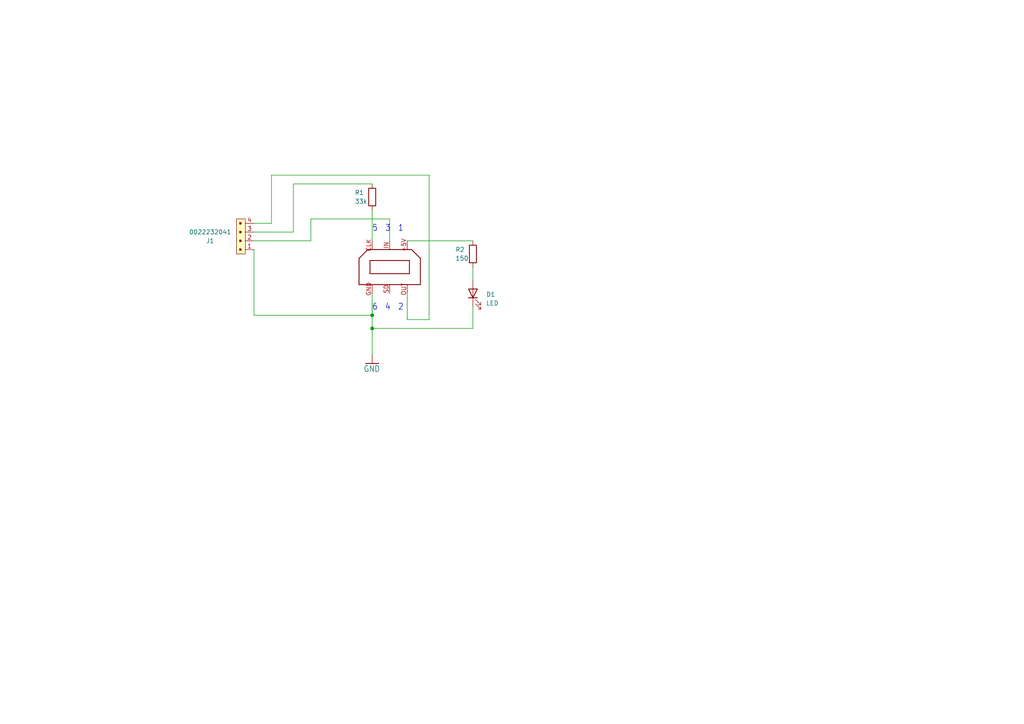
<source format=kicad_sch>
(kicad_sch (version 20230121) (generator eeschema)
  (paper "A4")
  (lib_symbols
    (symbol "Device:LED" (pin_numbers hide) (pin_names (offset 1.016) hide)
      (property "Reference" "D" (at 0 2.54 0))
      (property "Value" "LED" (at 0 -2.54 0))
      (symbol "LED_0_1"
        (polyline (pts (xy -1.27 -1.27) (xy -1.27 1.27)) (stroke (width 0.254)))
        (polyline (pts (xy -1.27 0) (xy 1.27 0)))
        (polyline (pts (xy 1.27 -1.27) (xy 1.27 1.27) (xy -1.27 0) (xy 1.27 -1.27)) (stroke (width 0.254)))
        (polyline (pts (xy -3.048 -0.762) (xy -4.572 -2.286) (xy -3.81 -2.286) (xy -4.572 -2.286) (xy -4.572 -1.524)))
        (polyline (pts (xy -1.778 -0.762) (xy -3.302 -2.286) (xy -2.54 -2.286) (xy -3.302 -2.286) (xy -3.302 -1.524)))
      )
      (symbol "LED_1_1"
        (pin passive line (at -3.81 0 0) (length 2.54) (name "K") (number "1"))
        (pin passive line (at 3.81 0 180) (length 2.54) (name "A") (number "2"))
      )
    )
    (symbol "Device:R" (pin_numbers hide) (pin_names (offset 0))
      (property "Reference" "R" (at 2.032 0 90))
      (property "Value" "R" (at 0 0 90))
      (symbol "R_0_1"
        (rectangle (start -1.016 -2.54) (end 1.016 2.54) (stroke (width 0.254)))
      )
      (symbol "R_1_1"
        (pin passive line (at 0 3.81 270) (length 1.27) (name "~") (number "1"))
        (pin passive line (at 0 -3.81 90) (length 1.27) (name "~") (number "2"))
      )
    )
    (symbol "MGBC-MBL-01_2_0-eagle-import:Game Boy_LINKPORTCGB-LINK"
      (symbol "Game Boy_LINKPORTCGB-LINK_1_0"
        (polyline (pts (xy -5.08 -6.35) (xy -2.54 -8.89)) (stroke (width 0.254)))
        (polyline (pts (xy -5.08 6.35) (xy -5.08 -6.35)) (stroke (width 0.254)))
        (polyline (pts (xy -2.54 -8.89) (xy 5.08 -8.89)) (stroke (width 0.254)))
        (polyline (pts (xy -2.54 8.89) (xy -5.08 6.35)) (stroke (width 0.254)))
        (polyline (pts (xy -1.905 -5.715) (xy 1.905 -5.715)) (stroke (width 0.254)))
        (polyline (pts (xy -1.905 5.715) (xy -1.905 -5.715)) (stroke (width 0.254)))
        (polyline (pts (xy 1.905 5.715) (xy -1.905 5.715)) (stroke (width 0.254)))
        (polyline (pts (xy 1.905 5.715) (xy 1.905 -5.715)) (stroke (width 0.254)))
        (polyline (pts (xy 5.08 -8.89) (xy 5.08 8.89)) (stroke (width 0.254)))
        (polyline (pts (xy 5.08 8.89) (xy -2.54 8.89)) (stroke (width 0.254)))
        (pin bidirectional line (at -7.62 5.08 0) (length 2.54) (name "+5V") (number "+5V"))
        (pin bidirectional line (at -7.62 -5.08 0) (length 2.54) (name "CLK") (number "CLK"))
        (pin bidirectional line (at 7.62 -5.08 180) (length 2.54) (name "GND") (number "GND"))
        (pin bidirectional line (at -7.62 0 0) (length 2.54) (name "IN") (number "IN"))
        (pin bidirectional line (at 7.62 5.08 180) (length 2.54) (name "OUT") (number "OUT"))
        (pin bidirectional line (at 7.62 0 180) (length 2.54) (name "SD") (number "SD"))
      )
      (symbol "Game Boy_LINKPORTCGB-LINK_2_0"
        (pin power_in line (at 0 7.62 270) (length 5.08) (name "GND") (number "MP1"))
      )
      (symbol "Game Boy_LINKPORTCGB-LINK_3_0"
        (pin power_in line (at 0 7.62 270) (length 5.08) (name "GND") (number "MP2"))
      )
    )
    (symbol "MGBC-MBL-01_2_0-eagle-import:supply1_GND" (power)
      (property "Value" "supply1_GND" (at -2.54 -2.54 0))
      (symbol "supply1_GND_1_0"
        (polyline (pts (xy -1.905 0) (xy 1.905 0)) (stroke (width 0.254)))
        (pin power_in line (at 0 2.54 270) (length 2.54) (name "GND") (number "1"))
      )
    )
    (symbol "dk_Rectangular-Connectors-Headers-Male-Pins:0022232041" (pin_names (offset 1.016))
      (property "Reference" "J" (at -2.54 1.27 0))
      (property "Value" "0022232041" (at 3.81 -3.81 0))
      (symbol "0022232041_1_1"
        (rectangle (start -1.27 0) (end 8.89 -2.54) (fill (type background)))
        (rectangle (start -0.254 -1.143) (end 0.254 -1.651) (fill (type outline)))
        (rectangle (start 2.286 -1.143) (end 2.794 -1.651) (fill (type outline)))
        (rectangle (start 4.826 -1.143) (end 5.334 -1.651) (fill (type outline)))
        (rectangle (start 7.366 -1.143) (end 7.874 -1.651) (fill (type outline)))
        (pin passive line (at 0 2.54 270) (length 2.54) (name "~") (number "1"))
        (pin passive line (at 2.54 2.54 270) (length 2.54) (name "~") (number "2"))
        (pin passive line (at 5.08 2.54 270) (length 2.54) (name "~") (number "3"))
        (pin passive line (at 7.62 2.54 270) (length 2.54) (name "~") (number "4"))
      )
    )
  )
  (junction (at 107.95 91.44))
  (junction (at 107.95 95.25))
  (wire (pts (xy 118.11 69.85) (xy 137.16 69.85)))
  (wire (pts (xy 107.95 60.96) (xy 107.95 69.85)) (stroke (width 0.1524)))
  (wire (pts (xy 107.95 95.25) (xy 107.95 102.87)) (stroke (width 0.1524)))
  (wire (pts (xy 137.16 95.25) (xy 107.95 95.25)))
  (wire (pts (xy 73.66 64.77) (xy 78.74 64.77)))
  (wire (pts (xy 73.66 91.44) (xy 107.95 91.44)))
  (wire (pts (xy 137.16 77.47) (xy 137.16 81.28)))
  (wire (pts (xy 137.16 88.9) (xy 137.16 95.25)))
  (wire (pts (xy 107.95 53.34) (xy 85.09 53.34)))
  (wire (pts (xy 78.74 50.8) (xy 78.74 64.77)))
  (wire (pts (xy 107.95 91.44) (xy 107.95 87.63)))
  (wire (pts (xy 90.17 63.5) (xy 90.17 69.85)))
  (wire (pts (xy 73.66 69.85) (xy 90.17 69.85)))
  (wire (pts (xy 113.03 69.85) (xy 113.03 63.5)))
  (wire (pts (xy 73.66 67.31) (xy 85.09 67.31)))
  (wire (pts (xy 124.46 92.71) (xy 124.46 50.8)))
  (wire (pts (xy 85.09 53.34) (xy 85.09 67.31)))
  (wire (pts (xy 73.66 72.39) (xy 73.66 91.44)))
  (wire (pts (xy 113.03 63.5) (xy 90.17 63.5)))
  (wire (pts (xy 118.11 92.71) (xy 118.11 85.09)))
  (wire (pts (xy 107.95 91.44) (xy 107.95 95.25)) (stroke (width 0.1524)))
  (wire (pts (xy 124.46 50.8) (xy 78.74 50.8)))
  (wire (pts (xy 118.11 92.71) (xy 124.46 92.71)))
  (wire (pts (xy 107.95 85.09) (xy 107.95 91.44)) (stroke (width 0.1524)))
  (text "6  4  2" (at 107.95 90.17 0) (effects (font (size 1.778 1.5113)) (justify left bottom)))
  (text "5  3  1" (at 107.95 67.31 0) (effects (font (size 1.778 1.5113)) (justify left bottom)))
  (symbol (lib_id "MGBC-MBL-01_2_0-eagle-import:supply1_GND") (at 107.95 105.41 0) (unit 1)
    (property "Reference" "#GND01" (effects hide))
    (property "Value" "GND" (at 105.41 107.95 0) (effects (font (size 1.778 1.5113)) (justify left bottom)))
  )
  (symbol (lib_id "dk_Rectangular-Connectors-Headers-Male-Pins:0022232041") (at 71.12 72.39 270) (mirror x) (unit 1)
    (property "Reference" "J1" (at 60.96 69.85 90))
    (property "Value" "0022232041" (at 60.96 67.31 90))
    (property "Footprint" "digikey-footprints:PinHeader_1x4_P2.54mm_Drill1.02mm" (effects hide))
    (property "Datasheet" "https://www.molex.com/pdm_docs/sd/022232041_sd.pdf" (effects hide))
    (property "Digi-Key_PN" "WM4202-ND" (effects hide))
    (property "MPN" "0022232041" (effects hide))
    (property "Category" "Connectors, Interconnects" (effects hide))
    (property "Family" "Rectangular Connectors - Headers, Male Pins" (effects hide))
    (property "DK_Datasheet_Link" "https://www.molex.com/pdm_docs/sd/022232041_sd.pdf" (effects hide))
    (property "DK_Detail_Page" "/product-detail/en/molex/0022232041/WM4202-ND/26671" (effects hide))
    (property "Description" "CONN HEADER VERT 4POS 2.54MM" (effects hide))
    (property "Manufacturer" "Molex" (effects hide))
    (property "Status" "Active" (effects hide))
  )
  (symbol (lib_id "Device:LED") (at 137.16 85.09 90) (unit 1)
    (property "Reference" "D1" (at 140.97 85.4075 90) (effects (justify right)))
    (property "Value" "LED" (at 140.97 87.9475 90) (effects (justify right)))
  )
  (symbol (lib_id "Device:R") (at 137.16 73.66 0) (unit 1)
    (property "Reference" "R2" (at 132.08 72.39 0) (effects (justify left)))
    (property "Value" "150" (at 132.08 74.93 0) (effects (justify left)))
  )
  (symbol (lib_id "MGBC-MBL-01_2_0-eagle-import:Game Boy_LINKPORTCGB-LINK") (at 113.03 77.47 270) (unit 1)
    (property "Reference" "P1" (effects hide))
    (property "Value" "LINKPORTCGB-LINK" (effects hide))
    (property "Footprint" "MGBC-MBL-01_2_0:CGB-LINK" (effects hide))
  )
  (symbol (lib_id "Device:R") (at 107.95 57.15 0) (unit 1)
    (property "Reference" "R1" (at 102.87 55.88 0) (effects (justify left)))
    (property "Value" "33k" (at 102.87 58.42 0) (effects (justify left)))
  )
)
</source>
